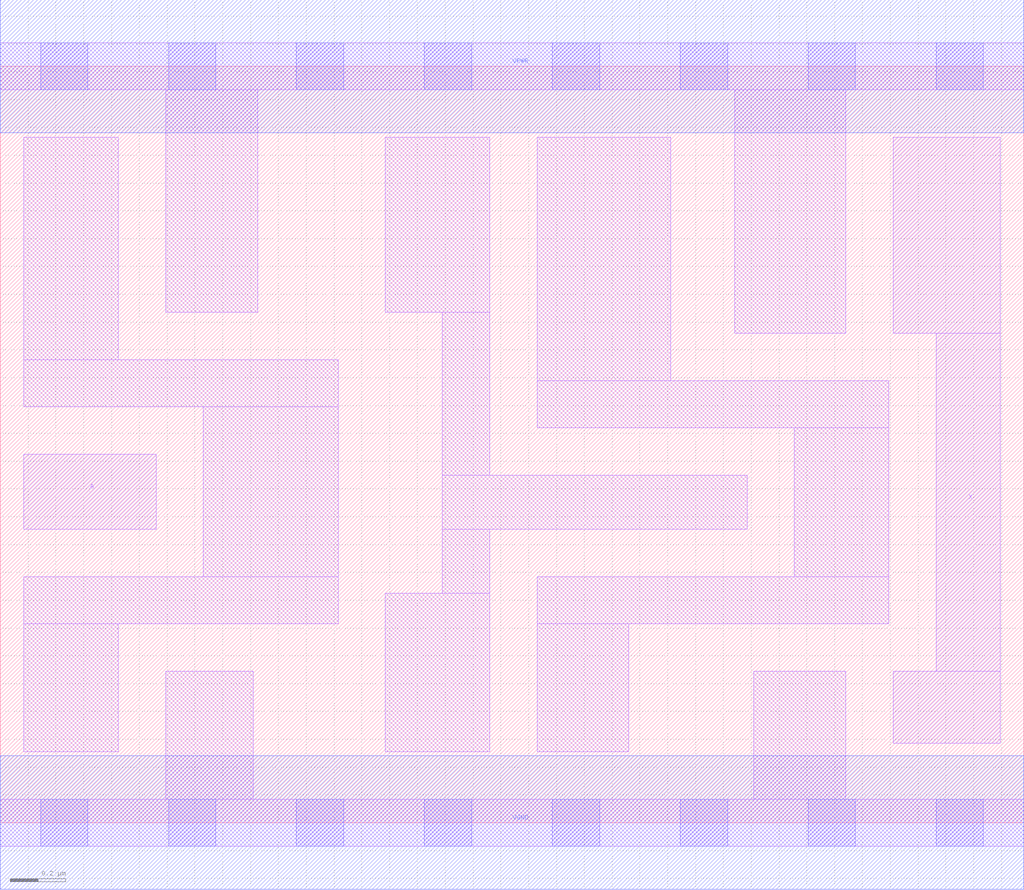
<source format=lef>
# Copyright 2020 The SkyWater PDK Authors
#
# Licensed under the Apache License, Version 2.0 (the "License");
# you may not use this file except in compliance with the License.
# You may obtain a copy of the License at
#
#     https://www.apache.org/licenses/LICENSE-2.0
#
# Unless required by applicable law or agreed to in writing, software
# distributed under the License is distributed on an "AS IS" BASIS,
# WITHOUT WARRANTIES OR CONDITIONS OF ANY KIND, either express or implied.
# See the License for the specific language governing permissions and
# limitations under the License.
#
# SPDX-License-Identifier: Apache-2.0

VERSION 5.7 ;
  NAMESCASESENSITIVE ON ;
  NOWIREEXTENSIONATPIN ON ;
  DIVIDERCHAR "/" ;
  BUSBITCHARS "[]" ;
UNITS
  DATABASE MICRONS 200 ;
END UNITS
MACRO sky130_fd_sc_hd__clkdlybuf4s15_1
  CLASS CORE ;
  FOREIGN sky130_fd_sc_hd__clkdlybuf4s15_1 ;
  ORIGIN  0.000000  0.000000 ;
  SIZE  3.680000 BY  2.720000 ;
  SYMMETRY X Y R90 ;
  SITE unithd ;
  PIN A
    ANTENNAGATEAREA  0.213000 ;
    DIRECTION INPUT ;
    USE SIGNAL ;
    PORT
      LAYER li1 ;
        RECT 0.085000 1.055000 0.560000 1.325000 ;
    END
  END A
  PIN X
    ANTENNADIFFAREA  0.376300 ;
    DIRECTION OUTPUT ;
    USE SIGNAL ;
    PORT
      LAYER li1 ;
        RECT 3.210000 0.285000 3.595000 0.545000 ;
        RECT 3.210000 1.760000 3.595000 2.465000 ;
        RECT 3.365000 0.545000 3.595000 1.760000 ;
    END
  END X
  PIN VGND
    DIRECTION INOUT ;
    SHAPE ABUTMENT ;
    USE GROUND ;
    PORT
      LAYER met1 ;
        RECT 0.000000 -0.240000 3.680000 0.240000 ;
    END
  END VGND
  PIN VPWR
    DIRECTION INOUT ;
    SHAPE ABUTMENT ;
    USE POWER ;
    PORT
      LAYER met1 ;
        RECT 0.000000 2.480000 3.680000 2.960000 ;
    END
  END VPWR
  OBS
    LAYER li1 ;
      RECT 0.000000 -0.085000 3.680000 0.085000 ;
      RECT 0.000000  2.635000 3.680000 2.805000 ;
      RECT 0.085000  0.255000 0.425000 0.715000 ;
      RECT 0.085000  0.715000 1.215000 0.885000 ;
      RECT 0.085000  1.495000 1.215000 1.665000 ;
      RECT 0.085000  1.665000 0.425000 2.465000 ;
      RECT 0.595000  0.085000 0.910000 0.545000 ;
      RECT 0.595000  1.835000 0.925000 2.635000 ;
      RECT 0.730000  0.885000 1.215000 1.495000 ;
      RECT 1.385000  0.255000 1.760000 0.825000 ;
      RECT 1.385000  1.835000 1.760000 2.465000 ;
      RECT 1.590000  0.825000 1.760000 1.055000 ;
      RECT 1.590000  1.055000 2.685000 1.250000 ;
      RECT 1.590000  1.250000 1.760000 1.835000 ;
      RECT 1.930000  0.255000 2.260000 0.715000 ;
      RECT 1.930000  0.715000 3.195000 0.885000 ;
      RECT 1.930000  1.420000 3.195000 1.590000 ;
      RECT 1.930000  1.590000 2.410000 2.465000 ;
      RECT 2.640000  1.760000 3.040000 2.635000 ;
      RECT 2.710000  0.085000 3.040000 0.545000 ;
      RECT 2.855000  0.885000 3.195000 1.420000 ;
    LAYER mcon ;
      RECT 0.145000 -0.085000 0.315000 0.085000 ;
      RECT 0.145000  2.635000 0.315000 2.805000 ;
      RECT 0.605000 -0.085000 0.775000 0.085000 ;
      RECT 0.605000  2.635000 0.775000 2.805000 ;
      RECT 1.065000 -0.085000 1.235000 0.085000 ;
      RECT 1.065000  2.635000 1.235000 2.805000 ;
      RECT 1.525000 -0.085000 1.695000 0.085000 ;
      RECT 1.525000  2.635000 1.695000 2.805000 ;
      RECT 1.985000 -0.085000 2.155000 0.085000 ;
      RECT 1.985000  2.635000 2.155000 2.805000 ;
      RECT 2.445000 -0.085000 2.615000 0.085000 ;
      RECT 2.445000  2.635000 2.615000 2.805000 ;
      RECT 2.905000 -0.085000 3.075000 0.085000 ;
      RECT 2.905000  2.635000 3.075000 2.805000 ;
      RECT 3.365000 -0.085000 3.535000 0.085000 ;
      RECT 3.365000  2.635000 3.535000 2.805000 ;
  END
END sky130_fd_sc_hd__clkdlybuf4s15_1
END LIBRARY

</source>
